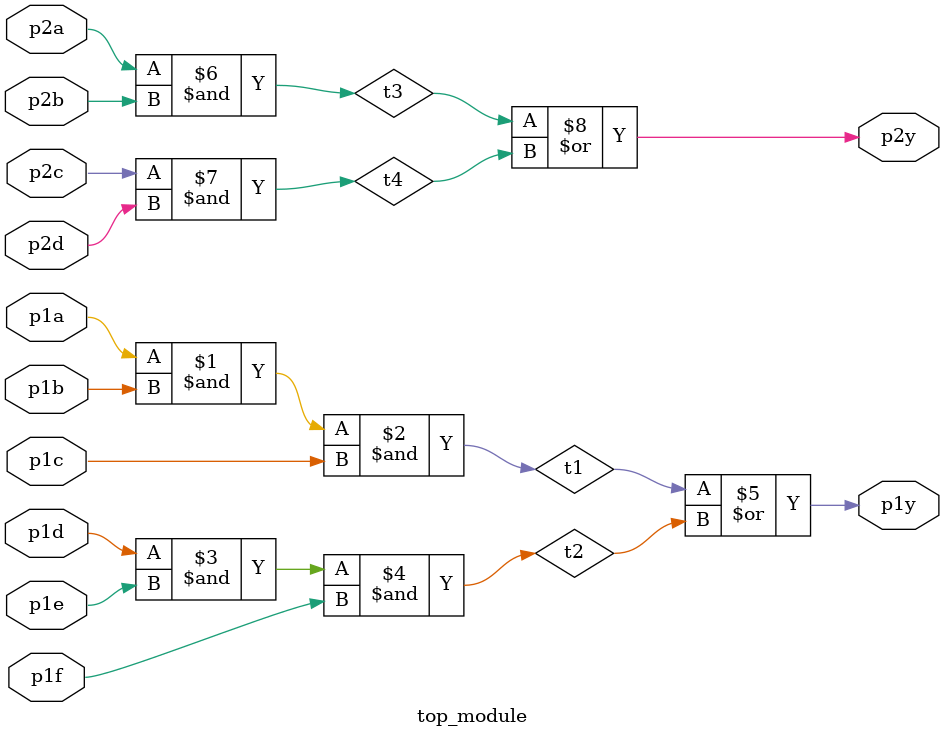
<source format=v>
module top_module ( 
    input p1a, p1b, p1c, p1d, p1e, p1f,
    output p1y,
    input p2a, p2b, p2c, p2d,
    output p2y );
    
    wire t1,t2,t3,t4;
    
    assign t1 = (p1a & p1b & p1c);
    assign t2 = (p1d & p1e & p1f);
    assign p1y = t1 | t2;
    assign t3 = p2a & p2b;
    assign t4 = p2c & p2d;
    assign p2y = t3 | t4;


endmodule

</source>
